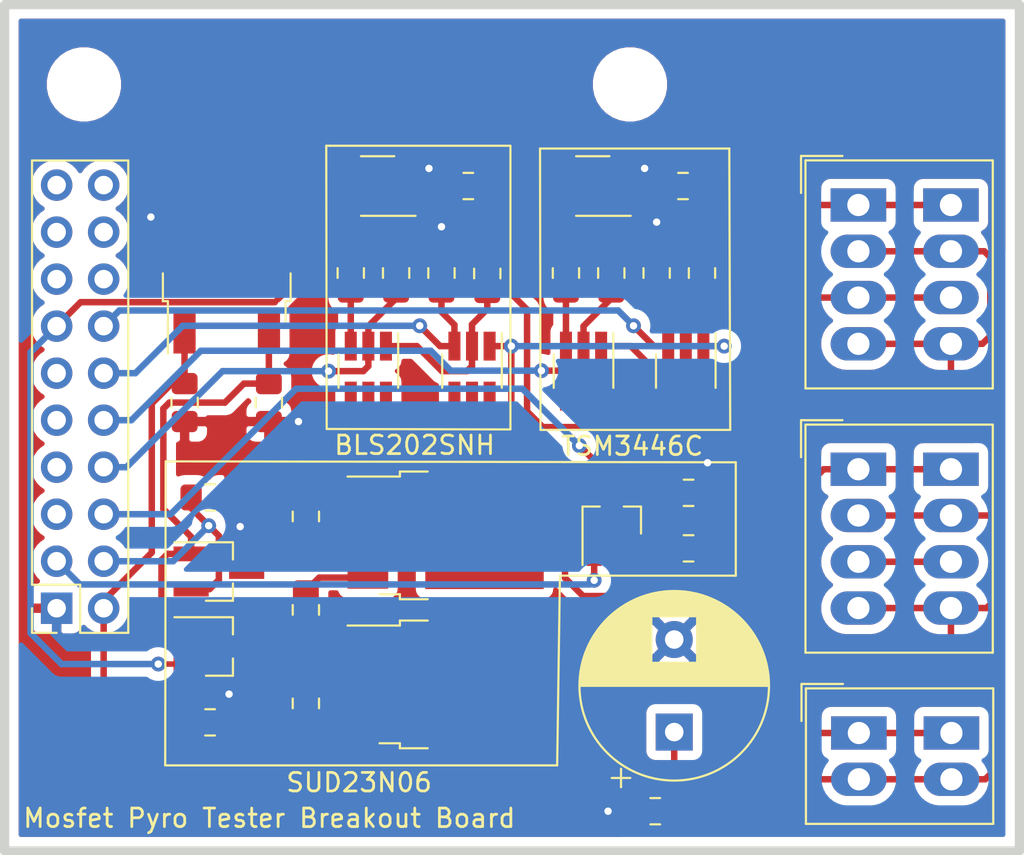
<source format=kicad_pcb>
(kicad_pcb (version 20171130) (host pcbnew "(5.1.6)-1")
  (layers (0 F.Cu signal) (31 B.Cu signal) (34 B.Paste user) (35 F.Paste user) (36 B.SilkS user hide) (37 F.SilkS user) (38 B.Mask user) (39 F.Mask user) (44 Edge.Cuts user))
  (net 0 "")
  (net 1 "Net-(C1-Pad1)")
  (net 2 GND)
  (net 3 +BATT)
  (net 4 +5V)
  (net 5 +3V3)
  (net 6 /Fire1)
  (net 7 /Fire2)
  (net 8 /Fire3)
  (net 9 /Continuity1)
  (net 10 /Continuity2)
  (net 11 /Continuity3)
  (net 12 /Arm)
  (net 13 /Pyro1)
  (net 14 /Pyro2)
  (net 15 "Net-(J4-Pad3)")
  (net 16 /Pyro3)
  (net 17 "Net-(Q1-Pad3)")
  (net 18 "Net-(Q2-Pad1)")
  (net 19 "Net-(Q4-Pad3)")
  (net 20 "Net-(Q5-Pad1)")
  (net 21 "Net-(Q7-Pad3)")
  (net 22 "Net-(Q10-Pad2)")
  (net 23 "Net-(Q9-Pad3)")
  (net 24 "Net-(Q10-Pad1)")
  (module MountingHole:MountingHole_3mm (layer F.Cu) (at 152.685 79.035)
    (fp_text reference H2 hide)
    (fp_text value MountingHole)
    (pad 1 np_thru_hole circle (at 0 0) (size 3 3) (drill 3) (layers *.Cu *.Mask))
  )
  (module MountingHole:MountingHole_3mm (layer F.Cu) (at 123.185 79.035)
    (fp_text reference H1 hide)
    (fp_text value MountingHole)
    (pad 1 np_thru_hole circle (at 0 0) (size 3 3) (drill 3) (layers *.Cu *.Mask))
  )
  (module Capacitor_THT:CP_Radial_D10.0mm_P5.00mm (layer F.Cu) (at 155.075 114.025 90)
    (fp_text reference C1 hide)
    (fp_text value 1mF)
    (pad 1 thru_hole rect (at 0 0 90) (size 2 2) (drill 1) (layers *.Cu *.Mask) (net 1 "Net-(C1-Pad1)"))
    (pad 2 thru_hole circle (at 5 0 90) (size 2 2) (drill 1) (layers *.Cu *.Mask) (net 2 GND))
  )
  (module Capacitor_SMD:C_0805_2012Metric_Pad1.15x1.40mm_HandSolder (layer F.Cu) (at 128.625 96.225 270)
    (fp_text reference C2 hide)
    (fp_text value 0.33uF)
    (pad 1 smd roundrect (at -1.025 0 270) (size 1.15 1.4) (layers F.Cu F.Paste F.Mask) (roundrect_rratio 0.217391) (net 3 +BATT))
    (pad 2 smd roundrect (at 1.025 0 270) (size 1.15 1.4) (layers F.Cu F.Paste F.Mask) (roundrect_rratio 0.217391) (net 2 GND))
  )
  (module Capacitor_SMD:C_0805_2012Metric_Pad1.15x1.40mm_HandSolder (layer F.Cu) (at 133.175 96.225 270)
    (fp_text reference C3 hide)
    (fp_text value 01.uF)
    (pad 2 smd roundrect (at 1.025 0 270) (size 1.15 1.4) (layers F.Cu F.Paste F.Mask) (roundrect_rratio 0.217391) (net 2 GND))
    (pad 1 smd roundrect (at -1.025 0 270) (size 1.15 1.4) (layers F.Cu F.Paste F.Mask) (roundrect_rratio 0.217391) (net 4 +5V))
  )
  (module Connector_PinSocket_2.54mm:PinSocket_2x10_P2.54mm_Vertical (layer F.Cu) (at 121.71 107.335 180)
    (fp_text reference J1 hide)
    (fp_text value Conn_02x10_Counter_Clockwise)
    (pad 1 thru_hole rect (at 0 0 180) (size 1.7 1.7) (drill 1) (layers *.Cu *.Mask) (net 2 GND))
    (pad 2 thru_hole oval (at -2.54 0 180) (size 1.7 1.7) (drill 1) (layers *.Cu *.Mask) (net 3 +BATT))
    (pad 3 thru_hole oval (at 0 2.54 180) (size 1.7 1.7) (drill 1) (layers *.Cu *.Mask) (net 5 +3V3))
    (pad 4 thru_hole oval (at -2.54 2.54 180) (size 1.7 1.7) (drill 1) (layers *.Cu *.Mask) (net 8 /Fire3))
    (pad 5 thru_hole oval (at 0 5.08 180) (size 1.7 1.7) (drill 1) (layers *.Cu *.Mask))
    (pad 6 thru_hole oval (at -2.54 5.08 180) (size 1.7 1.7) (drill 1) (layers *.Cu *.Mask) (net 11 /Continuity3))
    (pad 7 thru_hole oval (at 0 7.62 180) (size 1.7 1.7) (drill 1) (layers *.Cu *.Mask))
    (pad 8 thru_hole oval (at -2.54 7.62 180) (size 1.7 1.7) (drill 1) (layers *.Cu *.Mask) (net 7 /Fire2))
    (pad 9 thru_hole oval (at 0 10.16 180) (size 1.7 1.7) (drill 1) (layers *.Cu *.Mask))
    (pad 10 thru_hole oval (at -2.54 10.16 180) (size 1.7 1.7) (drill 1) (layers *.Cu *.Mask) (net 6 /Fire1))
    (pad 11 thru_hole oval (at 0 12.7 180) (size 1.7 1.7) (drill 1) (layers *.Cu *.Mask))
    (pad 12 thru_hole oval (at -2.54 12.7 180) (size 1.7 1.7) (drill 1) (layers *.Cu *.Mask) (net 10 /Continuity2))
    (pad 13 thru_hole oval (at 0 15.24 180) (size 1.7 1.7) (drill 1) (layers *.Cu *.Mask) (net 12 /Arm))
    (pad 14 thru_hole oval (at -2.54 15.24 180) (size 1.7 1.7) (drill 1) (layers *.Cu *.Mask) (net 9 /Continuity1))
    (pad 15 thru_hole oval (at 0 17.78 180) (size 1.7 1.7) (drill 1) (layers *.Cu *.Mask))
    (pad 16 thru_hole oval (at -2.54 17.78 180) (size 1.7 1.7) (drill 1) (layers *.Cu *.Mask))
    (pad 17 thru_hole oval (at 0 20.32 180) (size 1.7 1.7) (drill 1) (layers *.Cu *.Mask))
    (pad 18 thru_hole oval (at -2.54 20.32 180) (size 1.7 1.7) (drill 1) (layers *.Cu *.Mask))
    (pad 19 thru_hole oval (at 0 22.86 180) (size 1.7 1.7) (drill 1) (layers *.Cu *.Mask))
    (pad 20 thru_hole oval (at -2.54 22.86 180) (size 1.7 1.7) (drill 1) (layers *.Cu *.Mask))
  )
  (module TerminalBlock_Phoenix:TerminalBlock_Phoenix_PTSM-0,5-2-2.5-H-THR_1x02_P2.50mm_Horizontal (layer F.Cu) (at 165.05 114.075 270)
    (fp_text reference J2 hide)
    (fp_text value Conn_01x02_Female)
    (pad 1 thru_hole rect (at 0 0 270) (size 1.8 3) (drill 1.2) (layers *.Cu *.Mask) (net 3 +BATT))
    (pad 1 thru_hole rect (at 0 -5 270) (size 1.8 3) (drill 1.2) (layers *.Cu *.Mask) (net 3 +BATT))
    (pad 2 thru_hole oval (at 2.5 0 270) (size 1.8 3) (drill 1.2) (layers *.Cu *.Mask) (net 1 "Net-(C1-Pad1)"))
    (pad 2 thru_hole oval (at 2.5 -5 270) (size 1.8 3) (drill 1.2) (layers *.Cu *.Mask) (net 1 "Net-(C1-Pad1)"))
  )
  (module TerminalBlock_Phoenix:TerminalBlock_Phoenix_PTSM-0,5-4-2.5-H-THR_1x04_P2.50mm_Horizontal (layer F.Cu) (at 165.025 85.55 270)
    (fp_text reference J3 hide)
    (fp_text value Conn_01x04_Female)
    (pad 1 thru_hole rect (at 0 0 270) (size 1.8 3) (drill 1.2) (layers *.Cu *.Mask) (net 13 /Pyro1))
    (pad 1 thru_hole rect (at 0 -5 270) (size 1.8 3) (drill 1.2) (layers *.Cu *.Mask) (net 13 /Pyro1))
    (pad 2 thru_hole oval (at 2.5 0 270) (size 1.8 3) (drill 1.2) (layers *.Cu *.Mask) (net 1 "Net-(C1-Pad1)"))
    (pad 2 thru_hole oval (at 2.5 -5 270) (size 1.8 3) (drill 1.2) (layers *.Cu *.Mask) (net 1 "Net-(C1-Pad1)"))
    (pad 3 thru_hole oval (at 5 0 270) (size 1.8 3) (drill 1.2) (layers *.Cu *.Mask) (net 14 /Pyro2))
    (pad 3 thru_hole oval (at 5 -5 270) (size 1.8 3) (drill 1.2) (layers *.Cu *.Mask) (net 14 /Pyro2))
    (pad 4 thru_hole oval (at 7.5 0 270) (size 1.8 3) (drill 1.2) (layers *.Cu *.Mask) (net 1 "Net-(C1-Pad1)"))
    (pad 4 thru_hole oval (at 7.5 -5 270) (size 1.8 3) (drill 1.2) (layers *.Cu *.Mask) (net 1 "Net-(C1-Pad1)"))
  )
  (module TerminalBlock_Phoenix:TerminalBlock_Phoenix_PTSM-0,5-4-2.5-H-THR_1x04_P2.50mm_Horizontal (layer F.Cu) (at 165.025 99.825 270)
    (fp_text reference J4 hide)
    (fp_text value Conn_01x04_Female)
    (pad 4 thru_hole oval (at 7.5 -5 270) (size 1.8 3) (drill 1.2) (layers *.Cu *.Mask) (net 1 "Net-(C1-Pad1)"))
    (pad 4 thru_hole oval (at 7.5 0 270) (size 1.8 3) (drill 1.2) (layers *.Cu *.Mask) (net 1 "Net-(C1-Pad1)"))
    (pad 3 thru_hole oval (at 5 -5 270) (size 1.8 3) (drill 1.2) (layers *.Cu *.Mask) (net 15 "Net-(J4-Pad3)"))
    (pad 3 thru_hole oval (at 5 0 270) (size 1.8 3) (drill 1.2) (layers *.Cu *.Mask) (net 15 "Net-(J4-Pad3)"))
    (pad 2 thru_hole oval (at 2.5 -5 270) (size 1.8 3) (drill 1.2) (layers *.Cu *.Mask) (net 1 "Net-(C1-Pad1)"))
    (pad 2 thru_hole oval (at 2.5 0 270) (size 1.8 3) (drill 1.2) (layers *.Cu *.Mask) (net 1 "Net-(C1-Pad1)"))
    (pad 1 thru_hole rect (at 0 -5 270) (size 1.8 3) (drill 1.2) (layers *.Cu *.Mask) (net 16 /Pyro3))
    (pad 1 thru_hole rect (at 0 0 270) (size 1.8 3) (drill 1.2) (layers *.Cu *.Mask) (net 16 /Pyro3))
  )
  (module Package_TO_SOT_SMD:SOT-23-6_Handsoldering (layer F.Cu) (at 150.175 94.525 270)
    (fp_text reference Q1 hide)
    (fp_text value Q_NJFET_DGS)
    (pad 1 smd rect (at -1.35 -0.95 270) (size 1.56 0.65) (layers F.Cu F.Paste F.Mask) (net 13 /Pyro1))
    (pad 2 smd rect (at -1.35 0 270) (size 1.56 0.65) (layers F.Cu F.Paste F.Mask) (net 6 /Fire1))
    (pad 3 smd rect (at -1.35 0.95 270) (size 1.56 0.65) (layers F.Cu F.Paste F.Mask) (net 17 "Net-(Q1-Pad3)"))
    (pad 4 smd rect (at 1.35 0.95 270) (size 1.56 0.65) (layers F.Cu F.Paste F.Mask))
    (pad 6 smd rect (at 1.35 -0.95 270) (size 1.56 0.65) (layers F.Cu F.Paste F.Mask))
    (pad 5 smd rect (at 1.35 0 270) (size 1.56 0.65) (layers F.Cu F.Paste F.Mask))
  )
  (module Package_TO_SOT_SMD:SOT-23-6_Handsoldering (layer F.Cu) (at 150.675 84.525 180)
    (fp_text reference Q2 hide)
    (fp_text value Q_NJFET_DGS)
    (pad 5 smd rect (at 1.35 0 180) (size 1.56 0.65) (layers F.Cu F.Paste F.Mask))
    (pad 6 smd rect (at 1.35 -0.95 180) (size 1.56 0.65) (layers F.Cu F.Paste F.Mask))
    (pad 4 smd rect (at 1.35 0.95 180) (size 1.56 0.65) (layers F.Cu F.Paste F.Mask))
    (pad 3 smd rect (at -1.35 0.95 180) (size 1.56 0.65) (layers F.Cu F.Paste F.Mask) (net 2 GND))
    (pad 2 smd rect (at -1.35 0 180) (size 1.56 0.65) (layers F.Cu F.Paste F.Mask) (net 12 /Arm))
    (pad 1 smd rect (at -1.35 -0.95 180) (size 1.56 0.65) (layers F.Cu F.Paste F.Mask) (net 18 "Net-(Q2-Pad1)"))
  )
  (module Package_TO_SOT_SMD:SOT-23-6_Handsoldering (layer F.Cu) (at 155.7 94.525 270)
    (fp_text reference Q3 hide)
    (fp_text value Q_NJFET_DGS)
    (pad 1 smd rect (at -1.35 -0.95 270) (size 1.56 0.65) (layers F.Cu F.Paste F.Mask) (net 5 +3V3))
    (pad 2 smd rect (at -1.35 0 270) (size 1.56 0.65) (layers F.Cu F.Paste F.Mask) (net 13 /Pyro1))
    (pad 3 smd rect (at -1.35 0.95 270) (size 1.56 0.65) (layers F.Cu F.Paste F.Mask) (net 9 /Continuity1))
    (pad 4 smd rect (at 1.35 0.95 270) (size 1.56 0.65) (layers F.Cu F.Paste F.Mask))
    (pad 6 smd rect (at 1.35 -0.95 270) (size 1.56 0.65) (layers F.Cu F.Paste F.Mask))
    (pad 5 smd rect (at 1.35 0 270) (size 1.56 0.65) (layers F.Cu F.Paste F.Mask))
  )
  (module Package_TO_SOT_SMD:SOT-23-6_Handsoldering (layer F.Cu) (at 138.55 94.525 270)
    (fp_text reference Q4 hide)
    (fp_text value Q_NJFET_DGS)
    (pad 1 smd rect (at -1.35 -0.95 270) (size 1.56 0.65) (layers F.Cu F.Paste F.Mask) (net 14 /Pyro2))
    (pad 2 smd rect (at -1.35 0 270) (size 1.56 0.65) (layers F.Cu F.Paste F.Mask) (net 7 /Fire2))
    (pad 3 smd rect (at -1.35 0.95 270) (size 1.56 0.65) (layers F.Cu F.Paste F.Mask) (net 19 "Net-(Q4-Pad3)"))
    (pad 4 smd rect (at 1.35 0.95 270) (size 1.56 0.65) (layers F.Cu F.Paste F.Mask))
    (pad 6 smd rect (at 1.35 -0.95 270) (size 1.56 0.65) (layers F.Cu F.Paste F.Mask))
    (pad 5 smd rect (at 1.35 0 270) (size 1.56 0.65) (layers F.Cu F.Paste F.Mask))
  )
  (module Package_TO_SOT_SMD:SOT-23-6_Handsoldering (layer F.Cu) (at 139.05 84.525 180)
    (fp_text reference Q5 hide)
    (fp_text value Q_NJFET_DGS)
    (pad 5 smd rect (at 1.35 0 180) (size 1.56 0.65) (layers F.Cu F.Paste F.Mask))
    (pad 6 smd rect (at 1.35 -0.95 180) (size 1.56 0.65) (layers F.Cu F.Paste F.Mask))
    (pad 4 smd rect (at 1.35 0.95 180) (size 1.56 0.65) (layers F.Cu F.Paste F.Mask))
    (pad 3 smd rect (at -1.35 0.95 180) (size 1.56 0.65) (layers F.Cu F.Paste F.Mask) (net 2 GND))
    (pad 2 smd rect (at -1.35 0 180) (size 1.56 0.65) (layers F.Cu F.Paste F.Mask) (net 12 /Arm))
    (pad 1 smd rect (at -1.35 -0.95 180) (size 1.56 0.65) (layers F.Cu F.Paste F.Mask) (net 20 "Net-(Q5-Pad1)"))
  )
  (module Package_TO_SOT_SMD:SOT-23-6_Handsoldering (layer F.Cu) (at 144.15 94.525 270)
    (fp_text reference Q6 hide)
    (fp_text value Q_NJFET_DGS)
    (pad 1 smd rect (at -1.35 -0.95 270) (size 1.56 0.65) (layers F.Cu F.Paste F.Mask) (net 5 +3V3))
    (pad 2 smd rect (at -1.35 0 270) (size 1.56 0.65) (layers F.Cu F.Paste F.Mask) (net 14 /Pyro2))
    (pad 3 smd rect (at -1.35 0.95 270) (size 1.56 0.65) (layers F.Cu F.Paste F.Mask) (net 10 /Continuity2))
    (pad 4 smd rect (at 1.35 0.95 270) (size 1.56 0.65) (layers F.Cu F.Paste F.Mask))
    (pad 6 smd rect (at 1.35 -0.95 270) (size 1.56 0.65) (layers F.Cu F.Paste F.Mask))
    (pad 5 smd rect (at 1.35 0 270) (size 1.56 0.65) (layers F.Cu F.Paste F.Mask))
  )
  (module Package_TO_SOT_SMD:SOT-23_Handsoldering (layer F.Cu) (at 130.475 105.35)
    (fp_text reference Q7 hide)
    (fp_text value Q_NJFET_DGS)
    (pad 1 smd rect (at -1.5 -0.95) (size 1.9 0.8) (layers F.Cu F.Paste F.Mask) (net 4 +5V))
    (pad 2 smd rect (at -1.5 0.95) (size 1.9 0.8) (layers F.Cu F.Paste F.Mask) (net 8 /Fire3))
    (pad 3 smd rect (at 1.5 0) (size 1.9 0.8) (layers F.Cu F.Paste F.Mask) (net 21 "Net-(Q7-Pad3)"))
  )
  (module Package_TO_SOT_SMD:SOT-23_Handsoldering (layer F.Cu) (at 130.475 109.4)
    (fp_text reference Q8 hide)
    (fp_text value Q_NJFET_DGS)
    (pad 1 smd rect (at -1.5 -0.95) (size 1.9 0.8) (layers F.Cu F.Paste F.Mask) (net 4 +5V))
    (pad 2 smd rect (at -1.5 0.95) (size 1.9 0.8) (layers F.Cu F.Paste F.Mask) (net 12 /Arm))
    (pad 3 smd rect (at 1.5 0) (size 1.9 0.8) (layers F.Cu F.Paste F.Mask) (net 22 "Net-(Q10-Pad2)"))
  )
  (module Package_TO_SOT_SMD:TO-252-3_TabPin2 (layer F.Cu) (at 142.725 103.4)
    (fp_text reference Q9 hide)
    (fp_text value Q_NJFET_DGS)
    (pad 2 smd rect (at 2.1 0) (size 6.4 5.8) (layers F.Cu F.Mask) (net 21 "Net-(Q7-Pad3)"))
    (pad 3 smd rect (at -4.2 2.28) (size 2.2 1.2) (layers F.Cu F.Paste F.Mask) (net 23 "Net-(Q9-Pad3)"))
    (pad 2 smd rect (at -4.2 0) (size 2.2 1.2) (layers F.Cu F.Paste F.Mask) (net 21 "Net-(Q7-Pad3)"))
    (pad 1 smd rect (at -4.2 -2.28) (size 2.2 1.2) (layers F.Cu F.Paste F.Mask) (net 16 /Pyro3))
  )
  (module Package_TO_SOT_SMD:TO-252-3_TabPin2 (layer F.Cu) (at 142.725 111.45)
    (fp_text reference Q10 hide)
    (fp_text value Q_NJFET_DGS)
    (pad 1 smd rect (at -4.2 -2.28) (size 2.2 1.2) (layers F.Cu F.Paste F.Mask) (net 24 "Net-(Q10-Pad1)"))
    (pad 2 smd rect (at -4.2 0) (size 2.2 1.2) (layers F.Cu F.Paste F.Mask) (net 22 "Net-(Q10-Pad2)"))
    (pad 3 smd rect (at -4.2 2.28) (size 2.2 1.2) (layers F.Cu F.Paste F.Mask) (net 2 GND))
    (pad 2 smd rect (at 2.1 0) (size 6.4 5.8) (layers F.Cu F.Mask) (net 22 "Net-(Q10-Pad2)"))
  )
  (module Package_TO_SOT_SMD:SOT-23_Handsoldering (layer F.Cu) (at 151.7 102.6 90)
    (fp_text reference Q11 hide)
    (fp_text value Q_NJFET_DGS)
    (pad 3 smd rect (at 1.5 0 90) (size 1.9 0.8) (layers F.Cu F.Paste F.Mask) (net 11 /Continuity3))
    (pad 2 smd rect (at -1.5 0.95 90) (size 1.9 0.8) (layers F.Cu F.Paste F.Mask) (net 16 /Pyro3))
    (pad 1 smd rect (at -1.5 -0.95 90) (size 1.9 0.8) (layers F.Cu F.Paste F.Mask) (net 5 +3V3))
  )
  (module Resistor_SMD:R_0805_2012Metric_Pad1.15x1.40mm_HandSolder (layer F.Cu) (at 143.95 84.525)
    (fp_text reference R1 hide)
    (fp_text value 10k)
    (pad 1 smd roundrect (at -1.025 0) (size 1.15 1.4) (layers F.Cu F.Paste F.Mask) (roundrect_rratio 0.217391) (net 12 /Arm))
    (pad 2 smd roundrect (at 1.025 0) (size 1.15 1.4) (layers F.Cu F.Paste F.Mask) (roundrect_rratio 0.217391) (net 2 GND))
  )
  (module Resistor_SMD:R_0805_2012Metric_Pad1.15x1.40mm_HandSolder (layer F.Cu) (at 154.05 118.3 180)
    (fp_text reference R2 hide)
    (fp_text value 10k)
    (pad 2 smd roundrect (at 1.025 0 180) (size 1.15 1.4) (layers F.Cu F.Paste F.Mask) (roundrect_rratio 0.217391) (net 2 GND))
    (pad 1 smd roundrect (at -1.025 0 180) (size 1.15 1.4) (layers F.Cu F.Paste F.Mask) (roundrect_rratio 0.217391) (net 1 "Net-(C1-Pad1)"))
  )
  (module Resistor_SMD:R_0805_2012Metric_Pad1.15x1.40mm_HandSolder (layer F.Cu) (at 140.05 89.225 90)
    (fp_text reference R3 hide)
    (fp_text value 10k)
    (pad 2 smd roundrect (at 1.025 0 90) (size 1.15 1.4) (layers F.Cu F.Paste F.Mask) (roundrect_rratio 0.217391) (net 2 GND))
    (pad 1 smd roundrect (at -1.025 0 90) (size 1.15 1.4) (layers F.Cu F.Paste F.Mask) (roundrect_rratio 0.217391) (net 7 /Fire2))
  )
  (module Resistor_SMD:R_0805_2012Metric_Pad1.15x1.40mm_HandSolder (layer F.Cu) (at 137.6 89.225 90)
    (fp_text reference R4 hide)
    (fp_text value 3.3)
    (pad 1 smd roundrect (at -1.025 0 90) (size 1.15 1.4) (layers F.Cu F.Paste F.Mask) (roundrect_rratio 0.217391) (net 19 "Net-(Q4-Pad3)"))
    (pad 2 smd roundrect (at 1.025 0 90) (size 1.15 1.4) (layers F.Cu F.Paste F.Mask) (roundrect_rratio 0.217391) (net 20 "Net-(Q5-Pad1)"))
  )
  (module Resistor_SMD:R_0805_2012Metric_Pad1.15x1.40mm_HandSolder (layer F.Cu) (at 144.975 89.25 90)
    (fp_text reference R5 hide)
    (fp_text value 10k)
    (pad 1 smd roundrect (at -1.025 0 90) (size 1.15 1.4) (layers F.Cu F.Paste F.Mask) (roundrect_rratio 0.217391) (net 14 /Pyro2))
    (pad 2 smd roundrect (at 1.025 0 90) (size 1.15 1.4) (layers F.Cu F.Paste F.Mask) (roundrect_rratio 0.217391) (net 2 GND))
  )
  (module Resistor_SMD:R_0805_2012Metric_Pad1.15x1.40mm_HandSolder (layer F.Cu) (at 142.5 89.225 90)
    (fp_text reference R6 hide)
    (fp_text value 10k)
    (pad 2 smd roundrect (at 1.025 0 90) (size 1.15 1.4) (layers F.Cu F.Paste F.Mask) (roundrect_rratio 0.217391) (net 2 GND))
    (pad 1 smd roundrect (at -1.025 0 90) (size 1.15 1.4) (layers F.Cu F.Paste F.Mask) (roundrect_rratio 0.217391) (net 10 /Continuity2))
  )
  (module Resistor_SMD:R_0805_2012Metric_Pad1.15x1.40mm_HandSolder (layer F.Cu) (at 151.675 89.225 90)
    (fp_text reference R7 hide)
    (fp_text value 10k)
    (pad 2 smd roundrect (at 1.025 0 90) (size 1.15 1.4) (layers F.Cu F.Paste F.Mask) (roundrect_rratio 0.217391) (net 2 GND))
    (pad 1 smd roundrect (at -1.025 0 90) (size 1.15 1.4) (layers F.Cu F.Paste F.Mask) (roundrect_rratio 0.217391) (net 6 /Fire1))
  )
  (module Resistor_SMD:R_0805_2012Metric_Pad1.15x1.40mm_HandSolder (layer F.Cu) (at 149.225 89.225 90)
    (fp_text reference R8 hide)
    (fp_text value 3.3)
    (pad 1 smd roundrect (at -1.025 0 90) (size 1.15 1.4) (layers F.Cu F.Paste F.Mask) (roundrect_rratio 0.217391) (net 17 "Net-(Q1-Pad3)"))
    (pad 2 smd roundrect (at 1.025 0 90) (size 1.15 1.4) (layers F.Cu F.Paste F.Mask) (roundrect_rratio 0.217391) (net 18 "Net-(Q2-Pad1)"))
  )
  (module Resistor_SMD:R_0805_2012Metric_Pad1.15x1.40mm_HandSolder (layer F.Cu) (at 156.575 89.225 90)
    (fp_text reference R9 hide)
    (fp_text value 10k)
    (pad 1 smd roundrect (at -1.025 0 90) (size 1.15 1.4) (layers F.Cu F.Paste F.Mask) (roundrect_rratio 0.217391) (net 13 /Pyro1))
    (pad 2 smd roundrect (at 1.025 0 90) (size 1.15 1.4) (layers F.Cu F.Paste F.Mask) (roundrect_rratio 0.217391) (net 2 GND))
  )
  (module Resistor_SMD:R_0805_2012Metric_Pad1.15x1.40mm_HandSolder (layer F.Cu) (at 154.125 89.225 90)
    (fp_text reference R10 hide)
    (fp_text value 10k)
    (pad 2 smd roundrect (at 1.025 0 90) (size 1.15 1.4) (layers F.Cu F.Paste F.Mask) (roundrect_rratio 0.217391) (net 2 GND))
    (pad 1 smd roundrect (at -1.025 0 90) (size 1.15 1.4) (layers F.Cu F.Paste F.Mask) (roundrect_rratio 0.217391) (net 9 /Continuity1))
  )
  (module Resistor_SMD:R_0805_2012Metric_Pad1.15x1.40mm_HandSolder (layer F.Cu) (at 130 101.35)
    (fp_text reference R11 hide)
    (fp_text value 10k)
    (pad 1 smd roundrect (at -1.025 0) (size 1.15 1.4) (layers F.Cu F.Paste F.Mask) (roundrect_rratio 0.217391) (net 8 /Fire3))
    (pad 2 smd roundrect (at 1.025 0) (size 1.15 1.4) (layers F.Cu F.Paste F.Mask) (roundrect_rratio 0.217391) (net 2 GND))
  )
  (module Resistor_SMD:R_0805_2012Metric_Pad1.15x1.40mm_HandSolder (layer F.Cu) (at 130 113.5)
    (fp_text reference R12 hide)
    (fp_text value 10k)
    (pad 1 smd roundrect (at -1.025 0) (size 1.15 1.4) (layers F.Cu F.Paste F.Mask) (roundrect_rratio 0.217391) (net 12 /Arm))
    (pad 2 smd roundrect (at 1.025 0) (size 1.15 1.4) (layers F.Cu F.Paste F.Mask) (roundrect_rratio 0.217391) (net 2 GND))
  )
  (module Resistor_SMD:R_0805_2012Metric_Pad1.15x1.40mm_HandSolder (layer F.Cu) (at 135.175 102.375 90)
    (fp_text reference R13 hide)
    (fp_text value 10k)
    (pad 2 smd roundrect (at 1.025 0 90) (size 1.15 1.4) (layers F.Cu F.Paste F.Mask) (roundrect_rratio 0.217391) (net 2 GND))
    (pad 1 smd roundrect (at -1.025 0 90) (size 1.15 1.4) (layers F.Cu F.Paste F.Mask) (roundrect_rratio 0.217391) (net 21 "Net-(Q7-Pad3)"))
  )
  (module Resistor_SMD:R_0805_2012Metric_Pad1.15x1.40mm_HandSolder (layer F.Cu) (at 135.175 112.475 270)
    (fp_text reference R14 hide)
    (fp_text value 10k)
    (pad 1 smd roundrect (at -1.025 0 270) (size 1.15 1.4) (layers F.Cu F.Paste F.Mask) (roundrect_rratio 0.217391) (net 22 "Net-(Q10-Pad2)"))
    (pad 2 smd roundrect (at 1.025 0 270) (size 1.15 1.4) (layers F.Cu F.Paste F.Mask) (roundrect_rratio 0.217391) (net 2 GND))
  )
  (module Resistor_SMD:R_0805_2012Metric_Pad1.15x1.40mm_HandSolder (layer F.Cu) (at 135.175 107.425 270)
    (fp_text reference R15 hide)
    (fp_text value 3.3)
    (pad 2 smd roundrect (at 1.025 0 270) (size 1.15 1.4) (layers F.Cu F.Paste F.Mask) (roundrect_rratio 0.217391) (net 24 "Net-(Q10-Pad1)"))
    (pad 1 smd roundrect (at -1.025 0 270) (size 1.15 1.4) (layers F.Cu F.Paste F.Mask) (roundrect_rratio 0.217391) (net 23 "Net-(Q9-Pad3)"))
  )
  (module Resistor_SMD:R_0805_2012Metric_Pad1.15x1.40mm_HandSolder (layer F.Cu) (at 155.85 104.1)
    (fp_text reference R16 hide)
    (fp_text value 10k)
    (pad 2 smd roundrect (at 1.025 0) (size 1.15 1.4) (layers F.Cu F.Paste F.Mask) (roundrect_rratio 0.217391) (net 2 GND))
    (pad 1 smd roundrect (at -1.025 0) (size 1.15 1.4) (layers F.Cu F.Paste F.Mask) (roundrect_rratio 0.217391) (net 16 /Pyro3))
  )
  (module Resistor_SMD:R_0805_2012Metric_Pad1.15x1.40mm_HandSolder (layer F.Cu) (at 155.85 101.1)
    (fp_text reference R17 hide)
    (fp_text value 10k)
    (pad 1 smd roundrect (at -1.025 0) (size 1.15 1.4) (layers F.Cu F.Paste F.Mask) (roundrect_rratio 0.217391) (net 11 /Continuity3))
    (pad 2 smd roundrect (at 1.025 0) (size 1.15 1.4) (layers F.Cu F.Paste F.Mask) (roundrect_rratio 0.217391) (net 2 GND))
  )
  (module Resistor_SMD:R_0805_2012Metric_Pad1.15x1.40mm_HandSolder (layer F.Cu) (at 155.55 84.525)
    (fp_text reference R18 hide)
    (fp_text value 10k)
    (pad 2 smd roundrect (at 1.025 0) (size 1.15 1.4) (layers F.Cu F.Paste F.Mask) (roundrect_rratio 0.217391) (net 2 GND))
    (pad 1 smd roundrect (at -1.025 0) (size 1.15 1.4) (layers F.Cu F.Paste F.Mask) (roundrect_rratio 0.217391) (net 12 /Arm))
  )
  (module Package_TO_SOT_SMD:TO-252-2 (layer F.Cu) (at 130.9 88.275 90)
    (fp_text reference U1 hide)
    (fp_text value LM78M05_TO252)
    (pad 1 smd rect (at -4.2 -2.28 90) (size 2.2 1.2) (layers F.Cu F.Paste F.Mask) (net 3 +BATT))
    (pad 3 smd rect (at -4.2 2.28 90) (size 2.2 1.2) (layers F.Cu F.Paste F.Mask) (net 4 +5V))
    (pad 2 smd rect (at 2.1 0 90) (size 6.4 5.8) (layers F.Cu F.Mask) (net 2 GND))
  )
  (gr_text SUD23N06 (at 138.05 116.75) (layer F.SilkS) (effects (font (size 1 1))))
  (gr_text TSM3446C (at 152.8 98.575) (layer F.SilkS) (effects (font (size 1 1))))
  (gr_text BLS202SNH (at 141.05 98.525) (layer F.SilkS) (effects (font (size 1 1))))
  (gr_line (start 136.275 82.35) (end 136.475 82.35) (layer F.SilkS) (width 0.12))
  (gr_line (start 136.3 97.65) (end 136.275 82.35) (layer F.SilkS) (width 0.12))
  (gr_line (start 146.225 97.675) (end 136.3 97.65) (layer F.SilkS) (width 0.12))
  (gr_line (start 146.225 82.35) (end 146.225 97.675) (layer F.SilkS) (width 0.12))
  (gr_line (start 136.475 82.35) (end 146.225 82.35) (layer F.SilkS) (width 0.12))
  (gr_line (start 147.85 97.7) (end 147.825 82.5) (layer F.SilkS) (width 0.12))
  (gr_line (start 158.1 97.7) (end 147.85 97.7) (layer F.SilkS) (width 0.12))
  (gr_line (start 158.05 82.5) (end 158.1 97.7) (layer F.SilkS) (width 0.12))
  (gr_line (start 147.825 82.5) (end 158.05 82.5) (layer F.SilkS) (width 0.12))
  (gr_line (start 148.9 105.575) (end 148.75 115.825) (layer F.SilkS) (width 0.12))
  (gr_line (start 158.4 105.575) (end 148.9 105.575) (layer F.SilkS) (width 0.12))
  (gr_line (start 158.4 99.45) (end 158.4 105.575) (layer F.SilkS) (width 0.12))
  (gr_line (start 127.6 99.4) (end 158.4 99.45) (layer F.SilkS) (width 0.12))
  (gr_line (start 127.575 115.825) (end 127.6 99.4) (layer F.SilkS) (width 0.12))
  (gr_line (start 148.75 115.825) (end 127.575 115.825) (layer F.SilkS) (width 0.12))
  (gr_text "Mosfet Pyro Tester Breakout Board" (at 133.2 118.675) (layer F.SilkS) (effects (font (size 1 1))))
  (gr_line (start 118.9 74.725) (end 118.9 120.45) (layer Edge.Cuts) (width 0.5))
  (gr_line (start 173.725 120.45) (end 118.9 120.45) (layer Edge.Cuts) (width 0.5))
  (gr_line (start 173.725 120.45) (end 173.725 74.725) (layer Edge.Cuts) (width 0.5))
  (gr_line (start 118.9 74.725) (end 173.725 74.725) (layer Edge.Cuts) (width 0.5))
  (segment (start 165.05 116.575) (end 170.05 116.575) (width 0.35) (layer F.Cu) (net 1))
  (segment (start 165.025 107.325) (end 170.025 107.325) (width 0.35) (layer F.Cu) (net 1))
  (segment (start 165.025 102.325) (end 170.025 102.325) (width 0.35) (layer F.Cu) (net 1))
  (segment (start 165.025 93.05) (end 170.025 93.05) (width 0.35) (layer F.Cu) (net 1))
  (segment (start 165.025 88.05) (end 170.025 88.05) (width 0.35) (layer F.Cu) (net 1))
  (segment (start 170.025 93.05) (end 171.725 93.05) (width 0.35) (layer F.Cu) (net 1))
  (segment (start 171.725 93.05) (end 172.15 92.625) (width 0.35) (layer F.Cu) (net 1))
  (segment (start 170.025 88.05) (end 171.825 88.05) (width 0.35) (layer F.Cu) (net 1))
  (segment (start 172.15 88.375) (end 172.15 92.625) (width 0.35) (layer F.Cu) (net 1))
  (segment (start 171.825 88.05) (end 172.15 88.375) (width 0.35) (layer F.Cu) (net 1))
  (segment (start 170.025 107.325) (end 171.95 107.325) (width 0.35) (layer F.Cu) (net 1))
  (segment (start 170.025 102.325) (end 172.075 102.325) (width 0.35) (layer F.Cu) (net 1))
  (segment (start 172.075 102.325) (end 172.35 102.6) (width 0.35) (layer F.Cu) (net 1))
  (segment (start 172.35 106.925) (end 171.95 107.325) (width 0.35) (layer F.Cu) (net 1))
  (segment (start 172.35 102.6) (end 172.35 106.925) (width 0.35) (layer F.Cu) (net 1))
  (segment (start 170.05 116.575) (end 171.875 116.575) (width 0.35) (layer F.Cu) (net 1))
  (segment (start 171.875 116.575) (end 172.3 116.15) (width 0.35) (layer F.Cu) (net 1))
  (segment (start 172.3 116.15) (end 172.3 111.125) (width 0.35) (layer F.Cu) (net 1))
  (segment (start 170.025 108.85) (end 170.025 107.325) (width 0.35) (layer F.Cu) (net 1))
  (segment (start 172.3 111.125) (end 170.025 108.85) (width 0.35) (layer F.Cu) (net 1))
  (segment (start 155.075 114.025) (end 155.075 118.3) (width 0.35) (layer F.Cu) (net 1))
  (segment (start 155.075 118.3) (end 160.85 118.3) (width 0.35) (layer F.Cu) (net 1))
  (segment (start 162.575 116.575) (end 165.05 116.575) (width 0.35) (layer F.Cu) (net 1))
  (segment (start 160.85 118.3) (end 162.575 116.575) (width 0.35) (layer F.Cu) (net 1))
  (segment (start 170.025 95.925) (end 170.025 93.05) (width 0.35) (layer F.Cu) (net 1))
  (segment (start 172.35 102.6) (end 172.35 98.25) (width 0.35) (layer F.Cu) (net 1))
  (segment (start 172.35 98.25) (end 170.025 95.925) (width 0.35) (layer F.Cu) (net 1))
  (segment (start 151.675 88.2) (end 154.125 88.2) (width 0.35) (layer F.Cu) (net 2))
  (segment (start 154.125 88.2) (end 156.575 88.2) (width 0.35) (layer F.Cu) (net 2))
  (segment (start 140.05 88.2) (end 142.5 88.2) (width 0.35) (layer F.Cu) (net 2))
  (segment (start 144.95 88.2) (end 144.975 88.225) (width 0.3) (layer F.Cu) (net 2))
  (segment (start 142.5 88.2) (end 144.95 88.2) (width 0.35) (layer F.Cu) (net 2))
  (segment (start 144.975 88.225) (end 144.975 84.525) (width 0.35) (layer F.Cu) (net 2))
  (segment (start 156.575 88.2) (end 156.575 84.525) (width 0.35) (layer F.Cu) (net 2))
  (segment (start 131.025 113.5) (end 135.175 113.5) (width 0.35) (layer F.Cu) (net 2))
  (segment (start 138.295 113.5) (end 138.525 113.73) (width 0.3) (layer F.Cu) (net 2))
  (segment (start 135.175 113.5) (end 138.295 113.5) (width 0.35) (layer F.Cu) (net 2))
  (segment (start 131.025 101.35) (end 135.175 101.35) (width 0.35) (layer F.Cu) (net 2))
  (segment (start 156.875 101.1) (end 156.875 104.1) (width 0.35) (layer F.Cu) (net 2))
  (via (at 153.475 83.575) (size 0.8) (drill 0.4) (layers F.Cu B.Cu) (net 2))
  (segment (start 152.025 83.575) (end 153.475 83.575) (width 0.35) (layer F.Cu) (net 2))
  (via (at 154.125 86.475) (size 0.8) (drill 0.4) (layers F.Cu B.Cu) (net 2))
  (segment (start 154.125 88.2) (end 154.125 86.475) (width 0.35) (layer F.Cu) (net 2))
  (via (at 156.875 99.475) (size 0.8) (drill 0.4) (layers F.Cu B.Cu) (net 2))
  (segment (start 156.875 101.1) (end 156.875 99.475) (width 0.35) (layer F.Cu) (net 2))
  (via (at 151.5 118.3) (size 0.8) (drill 0.4) (layers F.Cu B.Cu) (net 2))
  (segment (start 153.025 118.3) (end 151.5 118.3) (width 0.35) (layer F.Cu) (net 2))
  (via (at 142.5 86.725) (size 0.8) (drill 0.4) (layers F.Cu B.Cu) (net 2))
  (segment (start 142.5 88.2) (end 142.5 86.725) (width 0.35) (layer F.Cu) (net 2))
  (via (at 141.825 83.575) (size 0.8) (drill 0.4) (layers F.Cu B.Cu) (net 2))
  (segment (start 140.4 83.575) (end 141.825 83.575) (width 0.35) (layer F.Cu) (net 2))
  (via (at 131.025 111.975) (size 0.8) (drill 0.4) (layers F.Cu B.Cu) (net 2))
  (segment (start 131.025 113.5) (end 131.025 111.975) (width 0.35) (layer F.Cu) (net 2))
  (via (at 131.625 102.925) (size 0.8) (drill 0.4) (layers F.Cu B.Cu) (net 2))
  (segment (start 131.025 101.35) (end 131.025 102.325) (width 0.35) (layer F.Cu) (net 2))
  (segment (start 131.025 102.325) (end 131.625 102.925) (width 0.35) (layer F.Cu) (net 2))
  (via (at 134.775 97.25) (size 0.8) (drill 0.4) (layers F.Cu B.Cu) (net 2))
  (segment (start 133.175 97.25) (end 134.775 97.25) (width 0.35) (layer F.Cu) (net 2))
  (via (at 126.8 86.2) (size 0.8) (drill 0.4) (layers F.Cu B.Cu) (net 2))
  (segment (start 130.9 86.175) (end 126.825 86.175) (width 0.35) (layer F.Cu) (net 2))
  (segment (start 126.825 86.175) (end 126.8 86.2) (width 0.3) (layer F.Cu) (net 2))
  (segment (start 133.175 97.25) (end 128.625 97.25) (width 0.35) (layer F.Cu) (net 2))
  (segment (start 128.62 95.195) (end 128.625 95.2) (width 0.3) (layer F.Cu) (net 3))
  (segment (start 128.62 92.475) (end 128.62 95.195) (width 0.35) (layer F.Cu) (net 3))
  (segment (start 165.05 114.075) (end 170.05 114.075) (width 0.35) (layer F.Cu) (net 3))
  (segment (start 165.05 114.075) (end 160.025 114.075) (width 0.35) (layer F.Cu) (net 3))
  (segment (start 160.025 114.075) (end 157.45 111.5) (width 0.35) (layer F.Cu) (net 3))
  (segment (start 124.25 107.335) (end 124.25 111.15) (width 0.35) (layer F.Cu) (net 3))
  (segment (start 124.25 111.15) (end 128.45 115.35) (width 0.35) (layer F.Cu) (net 3))
  (segment (start 128.45 115.35) (end 149.725 115.35) (width 0.35) (layer F.Cu) (net 3))
  (segment (start 149.725 115.35) (end 153.575 111.5) (width 0.35) (layer F.Cu) (net 3))
  (segment (start 157.45 111.5) (end 153.575 111.5) (width 0.35) (layer F.Cu) (net 3))
  (segment (start 127.925 95.2) (end 126.85 96.275) (width 0.35) (layer F.Cu) (net 3))
  (segment (start 128.625 95.2) (end 127.925 95.2) (width 0.35) (layer F.Cu) (net 3))
  (segment (start 126.85 96.275) (end 126.85 104.325) (width 0.35) (layer F.Cu) (net 3))
  (segment (start 124.25 106.925) (end 124.25 107.335) (width 0.35) (layer F.Cu) (net 3))
  (segment (start 126.85 104.325) (end 124.25 106.925) (width 0.35) (layer F.Cu) (net 3))
  (segment (start 133.175 92.48) (end 133.18 92.475) (width 0.3) (layer F.Cu) (net 4))
  (segment (start 133.175 95.2) (end 133.175 92.48) (width 0.35) (layer F.Cu) (net 4))
  (segment (start 127.7 104.4) (end 127.375 104.725) (width 0.35) (layer F.Cu) (net 4))
  (segment (start 128.975 104.4) (end 127.7 104.4) (width 0.35) (layer F.Cu) (net 4))
  (segment (start 127.775 108.45) (end 128.975 108.45) (width 0.35) (layer F.Cu) (net 4))
  (segment (start 127.375 104.725) (end 127.375 108.15) (width 0.35) (layer F.Cu) (net 4))
  (segment (start 127.675 108.45) (end 127.775 108.45) (width 0.35) (layer F.Cu) (net 4))
  (segment (start 127.375 108.15) (end 127.675 108.45) (width 0.35) (layer F.Cu) (net 4))
  (segment (start 131.825 95.2) (end 133.175 95.2) (width 0.35) (layer F.Cu) (net 4))
  (segment (start 130.8 96.225) (end 131.825 95.2) (width 0.35) (layer F.Cu) (net 4))
  (segment (start 128.975 103.475) (end 127.475 101.975) (width 0.35) (layer F.Cu) (net 4))
  (segment (start 128.975 104.4) (end 128.975 103.475) (width 0.35) (layer F.Cu) (net 4))
  (segment (start 127.475 101.975) (end 127.475 96.55) (width 0.35) (layer F.Cu) (net 4))
  (segment (start 127.475 96.55) (end 127.8 96.225) (width 0.35) (layer F.Cu) (net 4))
  (segment (start 127.8 96.225) (end 130.8 96.225) (width 0.35) (layer F.Cu) (net 4))
  (via (at 146.275 93.175) (size 0.8) (drill 0.4) (layers F.Cu B.Cu) (net 5))
  (segment (start 145.1 93.175) (end 146.275 93.175) (width 0.35) (layer F.Cu) (net 5))
  (via (at 157.775 93.175) (size 0.8) (drill 0.4) (layers F.Cu B.Cu) (net 5))
  (segment (start 146.275 93.175) (end 157.775 93.175) (width 0.35) (layer B.Cu) (net 5))
  (segment (start 157.775 93.175) (end 156.65 93.175) (width 0.35) (layer F.Cu) (net 5))
  (segment (start 150.75 104.1) (end 150.75 101.15) (width 0.35) (layer F.Cu) (net 5))
  (segment (start 150.75 101.15) (end 148.25 98.65) (width 0.35) (layer F.Cu) (net 5))
  (segment (start 148.25 98.65) (end 147.65 98.65) (width 0.35) (layer F.Cu) (net 5))
  (segment (start 146.275 97.275) (end 146.275 93.175) (width 0.35) (layer F.Cu) (net 5))
  (segment (start 147.65 98.65) (end 146.275 97.275) (width 0.35) (layer F.Cu) (net 5))
  (via (at 150.75 105.825) (size 0.8) (drill 0.4) (layers F.Cu B.Cu) (net 5))
  (segment (start 150.75 104.1) (end 150.75 105.825) (width 0.35) (layer F.Cu) (net 5))
  (segment (start 121.71 104.795) (end 122.965 106.05) (width 0.35) (layer B.Cu) (net 5))
  (segment (start 150.525 106.05) (end 150.75 105.825) (width 0.3) (layer B.Cu) (net 5))
  (segment (start 122.965 106.05) (end 150.525 106.05) (width 0.35) (layer B.Cu) (net 5))
  (segment (start 151.675 90.595) (end 151.675 90.25) (width 0.3) (layer F.Cu) (net 6))
  (segment (start 150.175 92.095) (end 151.675 90.595) (width 0.35) (layer F.Cu) (net 6))
  (segment (start 150.175 93.175) (end 150.175 92.095) (width 0.35) (layer F.Cu) (net 6))
  (segment (start 150.175 93.175) (end 150.175 94.255) (width 0.35) (layer F.Cu) (net 6))
  (segment (start 150.175 94.255) (end 149.93 94.5) (width 0.35) (layer F.Cu) (net 6))
  (segment (start 147.875 94.5) (end 142.999999 94.5) (width 0.35) (layer B.Cu) (net 6))
  (segment (start 124.25 97.175) (end 125.75 97.175) (width 0.35) (layer B.Cu) (net 6))
  (segment (start 129.499999 93.425001) (end 141.924999 93.425001) (width 0.35) (layer B.Cu) (net 6))
  (segment (start 125.75 97.175) (end 129.499999 93.425001) (width 0.35) (layer B.Cu) (net 6))
  (segment (start 142.999999 94.5) (end 141.924999 93.425001) (width 0.35) (layer B.Cu) (net 6))
  (via (at 147.9 94.5) (size 0.8) (drill 0.4) (layers F.Cu B.Cu) (net 6))
  (segment (start 149.93 94.5) (end 147.9 94.5) (width 0.35) (layer F.Cu) (net 6))
  (segment (start 140.05 90.595) (end 140.05 90.25) (width 0.3) (layer F.Cu) (net 7))
  (segment (start 138.55 92.095) (end 140.05 90.595) (width 0.35) (layer F.Cu) (net 7))
  (segment (start 138.55 93.175) (end 138.55 92.095) (width 0.35) (layer F.Cu) (net 7))
  (segment (start 138.55 93.175) (end 138.55 94.255) (width 0.35) (layer F.Cu) (net 7))
  (via (at 136.4 94.525) (size 0.8) (drill 0.4) (layers F.Cu B.Cu) (net 7))
  (segment (start 138.28 94.525) (end 136.4 94.525) (width 0.35) (layer F.Cu) (net 7))
  (segment (start 138.55 94.255) (end 138.28 94.525) (width 0.35) (layer F.Cu) (net 7))
  (segment (start 136.4 94.525) (end 136.374999 94.525) (width 0.3) (layer B.Cu) (net 7))
  (segment (start 124.25 99.715) (end 125.485 99.715) (width 0.35) (layer B.Cu) (net 7))
  (segment (start 130.675 94.525) (end 136.4 94.525) (width 0.35) (layer B.Cu) (net 7))
  (segment (start 125.485 99.715) (end 130.675 94.525) (width 0.35) (layer B.Cu) (net 7))
  (segment (start 128.975 106.3) (end 129.45 106.3) (width 0.3) (layer F.Cu) (net 8))
  (segment (start 128.975 106.3) (end 129.975 106.3) (width 0.35) (layer F.Cu) (net 8))
  (segment (start 129.975 106.3) (end 130.475 105.8) (width 0.35) (layer F.Cu) (net 8))
  (segment (start 130.475 105.8) (end 130.475 103.425) (width 0.35) (layer F.Cu) (net 8))
  (segment (start 128.975 101.925) (end 128.975 101.35) (width 0.3) (layer F.Cu) (net 8))
  (via (at 129.925 102.875) (size 0.8) (drill 0.4) (layers F.Cu B.Cu) (net 8))
  (segment (start 129.925 102.875) (end 128.975 101.925) (width 0.35) (layer F.Cu) (net 8))
  (segment (start 130.475 103.425) (end 129.925 102.875) (width 0.35) (layer F.Cu) (net 8))
  (segment (start 128.005 104.795) (end 129.925 102.875) (width 0.35) (layer B.Cu) (net 8))
  (segment (start 124.25 104.795) (end 128.005 104.795) (width 0.35) (layer B.Cu) (net 8))
  (segment (start 154.125 90.25) (end 154.125 91.375) (width 0.35) (layer F.Cu) (net 9))
  (segment (start 154.75 92) (end 154.75 93.175) (width 0.35) (layer F.Cu) (net 9))
  (segment (start 154.125 91.375) (end 154.75 92) (width 0.35) (layer F.Cu) (net 9))
  (via (at 152.875 92.075) (size 0.8) (drill 0.4) (layers F.Cu B.Cu) (net 9))
  (segment (start 154.75 93.175) (end 153.975 93.175) (width 0.35) (layer F.Cu) (net 9))
  (segment (start 153.975 93.175) (end 152.875 92.075) (width 0.35) (layer F.Cu) (net 9))
  (segment (start 125.095 91.25) (end 124.25 92.095) (width 0.35) (layer B.Cu) (net 9))
  (segment (start 152.875 92.075) (end 152.05 91.25) (width 0.35) (layer B.Cu) (net 9))
  (segment (start 152.05 91.25) (end 125.095 91.25) (width 0.35) (layer B.Cu) (net 9))
  (segment (start 142.5 90.25) (end 142.5 91.325) (width 0.35) (layer F.Cu) (net 10))
  (segment (start 143.2 92.025) (end 143.2 93.175) (width 0.35) (layer F.Cu) (net 10))
  (segment (start 142.5 91.325) (end 143.2 92.025) (width 0.35) (layer F.Cu) (net 10))
  (via (at 141.325 92.075) (size 0.8) (drill 0.4) (layers F.Cu B.Cu) (net 10))
  (segment (start 143.2 93.175) (end 142.425 93.175) (width 0.35) (layer F.Cu) (net 10))
  (segment (start 142.425 93.175) (end 141.325 92.075) (width 0.35) (layer F.Cu) (net 10))
  (segment (start 137.65 92.075) (end 141.325 92.075) (width 0.35) (layer B.Cu) (net 10))
  (segment (start 124.25 94.635) (end 125.965 94.635) (width 0.35) (layer B.Cu) (net 10))
  (segment (start 128.525 92.075) (end 137.65 92.075) (width 0.35) (layer B.Cu) (net 10))
  (segment (start 125.965 94.635) (end 128.525 92.075) (width 0.35) (layer B.Cu) (net 10))
  (segment (start 151.7 101.1) (end 154.825 101.1) (width 0.35) (layer F.Cu) (net 11))
  (via (at 149.95 98.55) (size 0.8) (drill 0.4) (layers F.Cu B.Cu) (net 11))
  (segment (start 151.7 101.1) (end 151.7 100.3) (width 0.3) (layer F.Cu) (net 11))
  (segment (start 151.7 100.3) (end 149.95 98.55) (width 0.35) (layer F.Cu) (net 11))
  (segment (start 149.95 98.55) (end 147.7 96.3) (width 0.35) (layer B.Cu) (net 11))
  (segment (start 147.7 96.3) (end 146.875 95.475) (width 0.35) (layer B.Cu) (net 11))
  (segment (start 146.875 95.475) (end 136.239998 95.475) (width 0.35) (layer B.Cu) (net 11))
  (segment (start 124.25 102.255) (end 127.87 102.255) (width 0.35) (layer B.Cu) (net 11))
  (segment (start 134.65 95.475) (end 136.239998 95.475) (width 0.35) (layer B.Cu) (net 11))
  (segment (start 127.87 102.255) (end 134.65 95.475) (width 0.35) (layer B.Cu) (net 11))
  (segment (start 140.4 84.525) (end 142.925 84.525) (width 0.35) (layer F.Cu) (net 12))
  (segment (start 152.025 84.525) (end 154.525 84.525) (width 0.35) (layer F.Cu) (net 12))
  (segment (start 142.925 83.275) (end 142.925 84.525) (width 0.35) (layer F.Cu) (net 12))
  (segment (start 143.525 82.675) (end 142.925 83.275) (width 0.35) (layer F.Cu) (net 12))
  (segment (start 152.025 84.525) (end 150.945 84.525) (width 0.35) (layer F.Cu) (net 12))
  (segment (start 150.675 82.975) (end 150.375 82.675) (width 0.35) (layer F.Cu) (net 12))
  (segment (start 150.375 82.675) (end 143.525 82.675) (width 0.35) (layer F.Cu) (net 12))
  (segment (start 150.945 84.525) (end 150.675 84.255) (width 0.35) (layer F.Cu) (net 12))
  (segment (start 150.675 84.255) (end 150.675 82.975) (width 0.35) (layer F.Cu) (net 12))
  (segment (start 139.32 84.525) (end 139.05 84.795) (width 0.35) (layer F.Cu) (net 12))
  (segment (start 140.4 84.525) (end 139.32 84.525) (width 0.35) (layer F.Cu) (net 12))
  (segment (start 139.05 84.795) (end 139.05 86.05) (width 0.35) (layer F.Cu) (net 12))
  (segment (start 139.05 86.05) (end 138.725 86.375) (width 0.35) (layer F.Cu) (net 12))
  (segment (start 138.725 86.375) (end 136.725 86.375) (width 0.35) (layer F.Cu) (net 12))
  (segment (start 128.975 113.5) (end 128.975 110.35) (width 0.35) (layer F.Cu) (net 12))
  (segment (start 136.725 86.375) (end 136.475 86.375) (width 0.35) (layer F.Cu) (net 12))
  (segment (start 136.475 86.375) (end 135.475 87.375) (width 0.35) (layer F.Cu) (net 12))
  (segment (start 135.475 87.375) (end 135.475 88.330002) (width 0.35) (layer F.Cu) (net 12))
  (segment (start 135.475 88.330002) (end 135.475 88.825) (width 0.35) (layer F.Cu) (net 12))
  (segment (start 133.5 90.8) (end 133.6625 90.6375) (width 0.3) (layer F.Cu) (net 12))
  (segment (start 123.005 90.8) (end 133.5 90.8) (width 0.35) (layer F.Cu) (net 12))
  (segment (start 135.475 88.825) (end 133.6625 90.6375) (width 0.35) (layer F.Cu) (net 12))
  (segment (start 121.71 92.095) (end 123.005 90.8) (width 0.35) (layer F.Cu) (net 12))
  (via (at 127.2 110.35) (size 0.8) (drill 0.4) (layers F.Cu B.Cu) (net 12))
  (segment (start 128.975 110.35) (end 127.2 110.35) (width 0.3) (layer F.Cu) (net 12))
  (segment (start 127.2 110.35) (end 121.975 110.35) (width 0.35) (layer B.Cu) (net 12))
  (segment (start 121.975 110.35) (end 120.3 108.675) (width 0.35) (layer B.Cu) (net 12))
  (segment (start 120.3 93.505) (end 121.71 92.095) (width 0.35) (layer B.Cu) (net 12))
  (segment (start 120.3 108.675) (end 120.3 93.505) (width 0.35) (layer B.Cu) (net 12))
  (segment (start 155.7 92.095) (end 156.575 91.22) (width 0.35) (layer F.Cu) (net 13))
  (segment (start 155.7 93.175) (end 155.7 92.095) (width 0.35) (layer F.Cu) (net 13))
  (segment (start 156.575 91.22) (end 156.575 90.25) (width 0.35) (layer F.Cu) (net 13))
  (segment (start 151.125 93.175) (end 152.725 93.175) (width 0.35) (layer F.Cu) (net 13))
  (segment (start 152.725 93.175) (end 154.075 94.525) (width 0.35) (layer F.Cu) (net 13))
  (segment (start 155.7 94.255) (end 155.7 93.175) (width 0.35) (layer F.Cu) (net 13))
  (segment (start 155.43 94.525) (end 155.7 94.255) (width 0.35) (layer F.Cu) (net 13))
  (segment (start 154.075 94.525) (end 155.43 94.525) (width 0.35) (layer F.Cu) (net 13))
  (segment (start 170.025 85.55) (end 165.025 85.55) (width 0.35) (layer F.Cu) (net 13))
  (segment (start 165.025 85.55) (end 162.55 85.55) (width 0.35) (layer F.Cu) (net 13))
  (segment (start 157.85 90.25) (end 156.575 90.25) (width 0.35) (layer F.Cu) (net 13))
  (segment (start 162.55 85.55) (end 157.85 90.25) (width 0.35) (layer F.Cu) (net 13))
  (segment (start 144.975 90.275) (end 144.975 91.175) (width 0.35) (layer F.Cu) (net 14))
  (segment (start 144.15 92) (end 144.15 93.175) (width 0.35) (layer F.Cu) (net 14))
  (segment (start 144.975 91.175) (end 144.15 92) (width 0.35) (layer F.Cu) (net 14))
  (segment (start 139.5 93.175) (end 141.175 93.175) (width 0.35) (layer F.Cu) (net 14))
  (segment (start 141.175 93.175) (end 142.525 94.525) (width 0.35) (layer F.Cu) (net 14))
  (segment (start 144.15 94.255) (end 144.15 93.175) (width 0.35) (layer F.Cu) (net 14))
  (segment (start 143.88 94.525) (end 144.15 94.255) (width 0.35) (layer F.Cu) (net 14))
  (segment (start 142.525 94.525) (end 143.88 94.525) (width 0.35) (layer F.Cu) (net 14))
  (segment (start 170.025 90.55) (end 165.025 90.55) (width 0.35) (layer F.Cu) (net 14))
  (segment (start 144.975 90.275) (end 146.2 90.275) (width 0.35) (layer F.Cu) (net 14))
  (segment (start 146.2 90.275) (end 147.125 91.2) (width 0.35) (layer F.Cu) (net 14))
  (segment (start 147.125 91.2) (end 147.125 96.7) (width 0.35) (layer F.Cu) (net 14))
  (segment (start 147.125 96.7) (end 147.975 97.55) (width 0.35) (layer F.Cu) (net 14))
  (segment (start 165.025 90.55) (end 162.725 90.55) (width 0.35) (layer F.Cu) (net 14))
  (segment (start 162.725 90.55) (end 158.175 95.1) (width 0.35) (layer F.Cu) (net 14))
  (segment (start 158.175 95.1) (end 158.175 96.875) (width 0.35) (layer F.Cu) (net 14))
  (segment (start 157.5 97.55) (end 147.975 97.55) (width 0.35) (layer F.Cu) (net 14))
  (segment (start 158.175 96.875) (end 157.5 97.55) (width 0.35) (layer F.Cu) (net 14))
  (segment (start 170.025 104.825) (end 165.025 104.825) (width 0.35) (layer F.Cu) (net 15))
  (segment (start 152.65 104.1) (end 154.825 104.1) (width 0.35) (layer F.Cu) (net 16))
  (segment (start 152.65 103.55) (end 152.65 104.1) (width 0.3) (layer F.Cu) (net 16))
  (segment (start 170.025 99.825) (end 165.025 99.825) (width 0.35) (layer F.Cu) (net 16))
  (segment (start 157.55 105.425) (end 158.375 104.6) (width 0.35) (layer F.Cu) (net 16))
  (segment (start 165.025 99.825) (end 163.15 99.825) (width 0.35) (layer F.Cu) (net 16))
  (segment (start 154.825 104.1) (end 154.825 105.15) (width 0.35) (layer F.Cu) (net 16))
  (segment (start 154.825 105.15) (end 155.1 105.425) (width 0.35) (layer F.Cu) (net 16))
  (segment (start 158.375 104.6) (end 163.15 99.825) (width 0.35) (layer F.Cu) (net 16))
  (segment (start 155.1 105.425) (end 157.55 105.425) (width 0.35) (layer F.Cu) (net 16))
  (segment (start 150.15 106.675) (end 151.75 106.675) (width 0.35) (layer F.Cu) (net 16))
  (segment (start 152.65 105.775) (end 152.65 104.1) (width 0.35) (layer F.Cu) (net 16))
  (segment (start 151.75 106.675) (end 152.65 105.775) (width 0.35) (layer F.Cu) (net 16))
  (segment (start 139.87 99.775) (end 148.1 99.775) (width 0.35) (layer F.Cu) (net 16))
  (segment (start 148.1 99.775) (end 149.175 100.85) (width 0.35) (layer F.Cu) (net 16))
  (segment (start 138.525 101.12) (end 139.87 99.775) (width 0.35) (layer F.Cu) (net 16))
  (segment (start 149.175 100.85) (end 149.175 105.7) (width 0.35) (layer F.Cu) (net 16))
  (segment (start 149.175 105.7) (end 150.15 106.675) (width 0.35) (layer F.Cu) (net 16))
  (segment (start 149.225 93.175) (end 149.225 90.25) (width 0.35) (layer F.Cu) (net 17))
  (segment (start 151.55 86.675) (end 152.025 86.2) (width 0.35) (layer F.Cu) (net 18))
  (segment (start 152.025 86.2) (end 152.025 85.475) (width 0.35) (layer F.Cu) (net 18))
  (segment (start 149.9 86.675) (end 151.55 86.675) (width 0.35) (layer F.Cu) (net 18))
  (segment (start 149.225 88.2) (end 149.225 87.35) (width 0.35) (layer F.Cu) (net 18))
  (segment (start 149.225 87.35) (end 149.9 86.675) (width 0.35) (layer F.Cu) (net 18))
  (segment (start 137.6 93.175) (end 137.6 90.25) (width 0.35) (layer F.Cu) (net 19))
  (segment (start 139.675 87.05) (end 140.4 86.325) (width 0.35) (layer F.Cu) (net 20))
  (segment (start 137.6 88.2) (end 138.75 87.05) (width 0.35) (layer F.Cu) (net 20))
  (segment (start 140.4 86.325) (end 140.4 85.475) (width 0.35) (layer F.Cu) (net 20))
  (segment (start 138.75 87.05) (end 139.675 87.05) (width 0.35) (layer F.Cu) (net 20))
  (segment (start 144.825 103.4) (end 138.525 103.4) (width 0.35) (layer F.Cu) (net 21))
  (segment (start 138.525 103.4) (end 135.175 103.4) (width 0.35) (layer F.Cu) (net 21))
  (segment (start 133.925 103.4) (end 131.975 105.35) (width 0.35) (layer F.Cu) (net 21))
  (segment (start 135.175 103.4) (end 133.925 103.4) (width 0.35) (layer F.Cu) (net 21))
  (segment (start 135.175 111.45) (end 138.525 111.45) (width 0.35) (layer F.Cu) (net 22))
  (segment (start 144.825 111.45) (end 138.525 111.45) (width 0.35) (layer F.Cu) (net 22))
  (segment (start 134.025 111.45) (end 131.975 109.4) (width 0.35) (layer F.Cu) (net 22))
  (segment (start 135.175 111.45) (end 134.025 111.45) (width 0.35) (layer F.Cu) (net 22))
  (segment (start 135.895 105.68) (end 135.175 106.4) (width 0.35) (layer F.Cu) (net 23))
  (segment (start 138.525 105.68) (end 135.895 105.68) (width 0.35) (layer F.Cu) (net 23))
  (segment (start 135.895 109.17) (end 135.175 108.45) (width 0.35) (layer F.Cu) (net 24))
  (segment (start 138.525 109.17) (end 135.895 109.17) (width 0.35) (layer F.Cu) (net 24))
  (zone (net 2) (net_name GND) (layer F.Cu) (connect_pads (clearance 0.508)) (min_thickness 0.254) (fill yes (arc_segments 32) (thermal_gap 0.508) (thermal_bridge_width 0.508))
    (polygon (pts (xy 173.45 120.2) (xy 119.175 120.2) (xy 119.15 74.975) (xy 173.475 74.975)))
  )
  (zone (net 2) (net_name GND) (layer B.Cu) (connect_pads (clearance 0.508)) (min_thickness 0.254) (fill yes (arc_segments 32) (thermal_gap 0.508) (thermal_bridge_width 0.508))
    (polygon (pts (xy 173.475 75.025) (xy 173.45 120.2) (xy 119.15 120.2) (xy 119.15 74.975)))
  )
)
</source>
